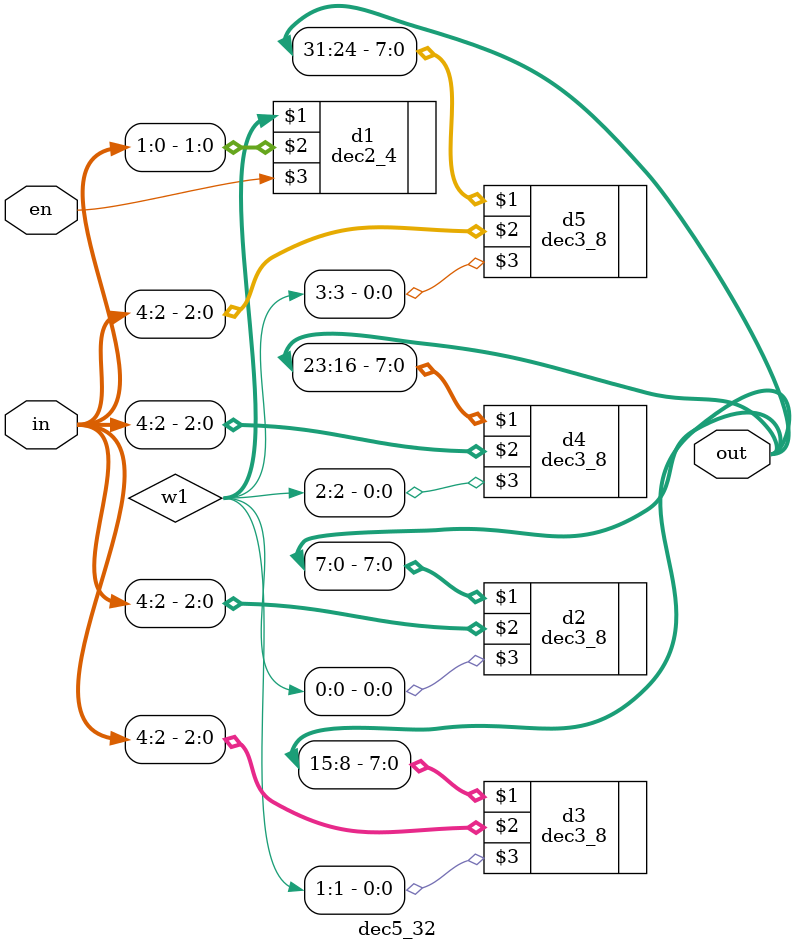
<source format=v>
module dec5_32(out,in,en);
	input[4:0] in;
	input en;
	output[31:0] out;
	wire[3:0] w1;
	dec2_4 d1(w1,in[1:0],en);
	dec3_8 d2(out[7:0],in[4:2],w1[0]);
	dec3_8 d3(out[15:8],in[4:2],w1[1]);
	dec3_8 d4(out[23:16],in[4:2],w1[2]);
	dec3_8 d5(out[31:24],in[4:2],w1[3]);
	
endmodule
	
			
	
	
</source>
